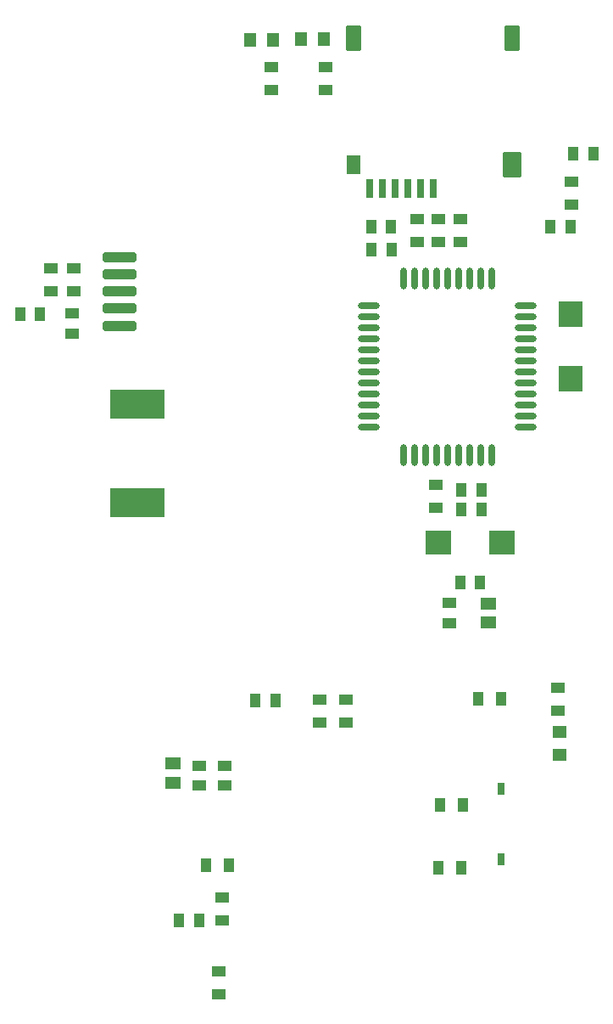
<source format=gtp>
G04*
G04 #@! TF.GenerationSoftware,Altium Limited,Altium Designer,20.1.12 (249)*
G04*
G04 Layer_Color=8421504*
%FSTAX24Y24*%
%MOIN*%
G70*
G04*
G04 #@! TF.SameCoordinates,6AE243D0-3920-4146-A994-36ACE33FB78E*
G04*
G04*
G04 #@! TF.FilePolarity,Positive*
G04*
G01*
G75*
%ADD21R,0.0433X0.0550*%
G04:AMPARAMS|DCode=22|XSize=27.6mil|YSize=70.9mil|CornerRadius=1.4mil|HoleSize=0mil|Usage=FLASHONLY|Rotation=0.000|XOffset=0mil|YOffset=0mil|HoleType=Round|Shape=RoundedRectangle|*
%AMROUNDEDRECTD22*
21,1,0.0276,0.0681,0,0,0.0*
21,1,0.0248,0.0709,0,0,0.0*
1,1,0.0028,0.0124,-0.0341*
1,1,0.0028,-0.0124,-0.0341*
1,1,0.0028,-0.0124,0.0341*
1,1,0.0028,0.0124,0.0341*
%
%ADD22ROUNDEDRECTD22*%
G04:AMPARAMS|DCode=23|XSize=70.9mil|YSize=98.4mil|CornerRadius=3.5mil|HoleSize=0mil|Usage=FLASHONLY|Rotation=0.000|XOffset=0mil|YOffset=0mil|HoleType=Round|Shape=RoundedRectangle|*
%AMROUNDEDRECTD23*
21,1,0.0709,0.0913,0,0,0.0*
21,1,0.0638,0.0984,0,0,0.0*
1,1,0.0071,0.0319,-0.0457*
1,1,0.0071,-0.0319,-0.0457*
1,1,0.0071,-0.0319,0.0457*
1,1,0.0071,0.0319,0.0457*
%
%ADD23ROUNDEDRECTD23*%
G04:AMPARAMS|DCode=24|XSize=59.1mil|YSize=98.4mil|CornerRadius=3mil|HoleSize=0mil|Usage=FLASHONLY|Rotation=0.000|XOffset=0mil|YOffset=0mil|HoleType=Round|Shape=RoundedRectangle|*
%AMROUNDEDRECTD24*
21,1,0.0591,0.0925,0,0,0.0*
21,1,0.0531,0.0984,0,0,0.0*
1,1,0.0059,0.0266,-0.0463*
1,1,0.0059,-0.0266,-0.0463*
1,1,0.0059,-0.0266,0.0463*
1,1,0.0059,0.0266,0.0463*
%
%ADD24ROUNDEDRECTD24*%
G04:AMPARAMS|DCode=25|XSize=55.1mil|YSize=70.9mil|CornerRadius=2.8mil|HoleSize=0mil|Usage=FLASHONLY|Rotation=0.000|XOffset=0mil|YOffset=0mil|HoleType=Round|Shape=RoundedRectangle|*
%AMROUNDEDRECTD25*
21,1,0.0551,0.0654,0,0,0.0*
21,1,0.0496,0.0709,0,0,0.0*
1,1,0.0055,0.0248,-0.0327*
1,1,0.0055,-0.0248,-0.0327*
1,1,0.0055,-0.0248,0.0327*
1,1,0.0055,0.0248,0.0327*
%
%ADD25ROUNDEDRECTD25*%
%ADD26R,0.0550X0.0394*%
%ADD27R,0.0591X0.0512*%
%ADD28R,0.0550X0.0433*%
%ADD29R,0.0394X0.0550*%
%ADD30R,0.0500X0.0550*%
%ADD31R,0.0550X0.0500*%
%ADD32R,0.0315X0.0472*%
%ADD33R,0.1024X0.0945*%
%ADD34R,0.0945X0.1024*%
%ADD35O,0.0866X0.0236*%
%ADD36O,0.0236X0.0866*%
G04:AMPARAMS|DCode=37|XSize=39.4mil|YSize=133.9mil|CornerRadius=9.8mil|HoleSize=0mil|Usage=FLASHONLY|Rotation=90.000|XOffset=0mil|YOffset=0mil|HoleType=Round|Shape=RoundedRectangle|*
%AMROUNDEDRECTD37*
21,1,0.0394,0.1142,0,0,90.0*
21,1,0.0197,0.1339,0,0,90.0*
1,1,0.0197,0.0571,0.0098*
1,1,0.0197,0.0571,-0.0098*
1,1,0.0197,-0.0571,-0.0098*
1,1,0.0197,-0.0571,0.0098*
%
%ADD37ROUNDEDRECTD37*%
%ADD38R,0.2126X0.1181*%
D21*
X145635Y020354D02*
D03*
X144847D02*
D03*
X141847Y0117D02*
D03*
X142635D02*
D03*
X156447Y03895D02*
D03*
X157235D02*
D03*
X158135Y041811D02*
D03*
X157347D02*
D03*
X152897Y02499D02*
D03*
X153685D02*
D03*
X152947Y027844D02*
D03*
X153735D02*
D03*
X152947Y028602D02*
D03*
X153735D02*
D03*
X150178Y03895D02*
D03*
X149391D02*
D03*
X149403Y03805D02*
D03*
X150191D02*
D03*
X136385Y0355D02*
D03*
X135597D02*
D03*
D22*
X151335Y040444D02*
D03*
X150335D02*
D03*
X149335Y040444D02*
D03*
X151835Y040444D02*
D03*
X150835Y040444D02*
D03*
X149835Y040444D02*
D03*
D23*
X154941Y041389D02*
D03*
D24*
Y04635D02*
D03*
X14872D02*
D03*
D25*
Y041389D02*
D03*
D26*
X151943Y027896D02*
D03*
Y028796D02*
D03*
X143541Y0126D02*
D03*
Y0117D02*
D03*
X143391Y0097D02*
D03*
X143391Y0088D02*
D03*
X156741Y01995D02*
D03*
Y02085D02*
D03*
X152891Y03925D02*
D03*
Y03835D02*
D03*
X157261Y0398D02*
D03*
Y0407D02*
D03*
X145475Y044318D02*
D03*
Y045218D02*
D03*
X147591Y044296D02*
D03*
Y045196D02*
D03*
X137691Y0364D02*
D03*
Y0373D02*
D03*
X136791Y0373D02*
D03*
Y0364D02*
D03*
X148391Y019484D02*
D03*
X148391Y020384D02*
D03*
X147375Y019494D02*
D03*
Y020394D02*
D03*
X152041Y03835D02*
D03*
Y03925D02*
D03*
X151191Y03835D02*
D03*
Y03925D02*
D03*
D27*
X141591Y017876D02*
D03*
Y017128D02*
D03*
X153991Y024152D02*
D03*
Y023404D02*
D03*
D28*
X142641Y017794D02*
D03*
Y017006D02*
D03*
X143641Y017006D02*
D03*
Y017794D02*
D03*
X152473Y023384D02*
D03*
Y024171D02*
D03*
X137641Y035544D02*
D03*
Y034756D02*
D03*
D29*
X143813Y01387D02*
D03*
X142913Y01387D02*
D03*
X152091Y01625D02*
D03*
X152991D02*
D03*
X154491Y0204D02*
D03*
X153591Y0204D02*
D03*
X152041Y01379D02*
D03*
X152941D02*
D03*
D30*
X144641Y046275D02*
D03*
X145541D02*
D03*
X146654Y0463D02*
D03*
X147554D02*
D03*
D31*
X156791Y0191D02*
D03*
Y0182D02*
D03*
D32*
X154491Y014122D02*
D03*
Y016878D02*
D03*
D33*
X152031Y02655D02*
D03*
X154551D02*
D03*
D34*
X157251Y03551D02*
D03*
Y03299D02*
D03*
D35*
X1493Y033667D02*
D03*
Y0341D02*
D03*
Y034533D02*
D03*
Y034966D02*
D03*
Y035399D02*
D03*
Y035832D02*
D03*
Y033233D02*
D03*
Y0328D02*
D03*
Y032367D02*
D03*
Y031934D02*
D03*
Y031501D02*
D03*
Y031068D02*
D03*
X155481Y031068D02*
D03*
Y031501D02*
D03*
Y031934D02*
D03*
Y032367D02*
D03*
Y0328D02*
D03*
Y033233D02*
D03*
Y035832D02*
D03*
Y035399D02*
D03*
Y034966D02*
D03*
Y034533D02*
D03*
Y0341D02*
D03*
Y033667D02*
D03*
D36*
X152824Y036915D02*
D03*
X153257Y036915D02*
D03*
X15369Y036915D02*
D03*
X154123D02*
D03*
X152391Y036915D02*
D03*
X151958Y036915D02*
D03*
X151525Y036915D02*
D03*
X151092Y036915D02*
D03*
X150659D02*
D03*
Y029985D02*
D03*
X151092D02*
D03*
X151525Y029985D02*
D03*
X151958Y029985D02*
D03*
X152391Y029985D02*
D03*
X154123Y029985D02*
D03*
X15369D02*
D03*
X153257Y029985D02*
D03*
X152824Y029985D02*
D03*
D37*
X139491Y037739D02*
D03*
Y0364D02*
D03*
Y037069D02*
D03*
Y035731D02*
D03*
Y035061D02*
D03*
D38*
X140191Y031979D02*
D03*
Y028121D02*
D03*
M02*

</source>
